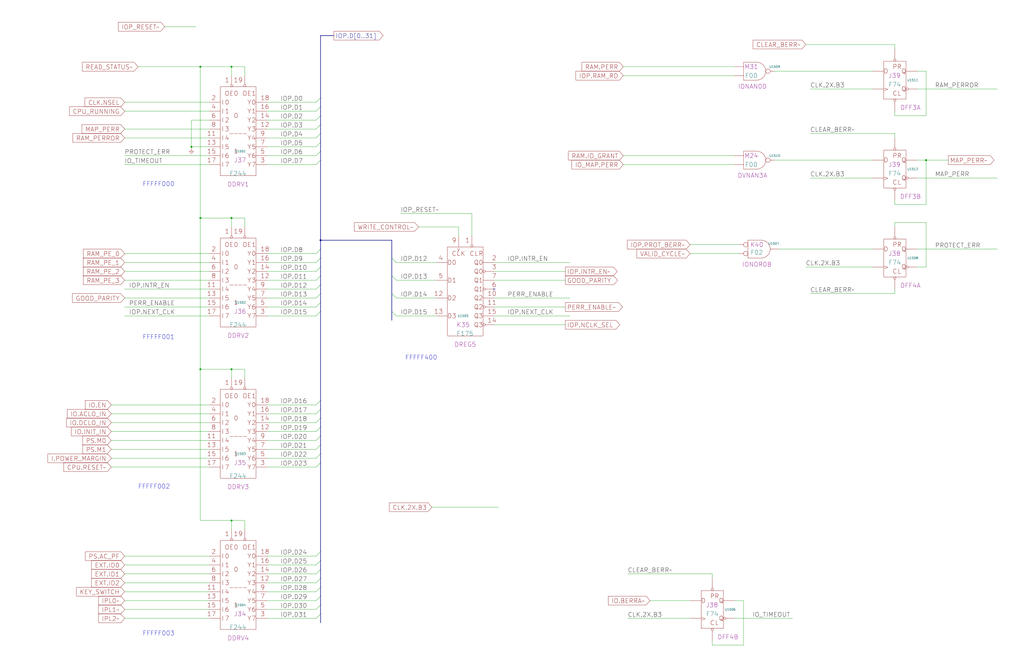
<source format=kicad_sch>
(kicad_sch (version 20211123) (generator eeschema)
  (paper "User" 584.2 378.46)
  (title_block (title "DEVICES\\nCONTROL / STATUS REGISTER") (date "22-SEP-90") (rev "2.0") (comment 1 "IOC") (comment 2 "232-003061") (comment 3 "S400") (comment 4 "RELEASED"))
  (lib_symbols
    (symbol "r1000:F00" (pin_numbers hide) (pin_names hide)
      (property "Reference" "U" (at 15.24 0 0))
      (property "Value" "F00" (at 1.905 -5.08 0))
      (property "Location" "___" (at 1.905 0 0))
      (property "Name" "______" (at 2.54 -12.7 0))
      (symbol "F00_0_1"
        (polyline (pts (xy -2.54 -7.62) (xy 5.08 -7.62)) (stroke (width 0.1524)))
        (polyline (pts (xy -2.54 2.54) (xy -2.54 -7.62)) (stroke (width 0.1524)))
        (polyline (pts (xy -2.54 2.54) (xy 5.08 2.54)) (stroke (width 0.1524)))
        (arc (start 5.08 -7.62) (mid 10.1282 -2.54) (end 5.08 2.54) (stroke (width 0.1524)))
        (circle (center 11.43 -2.54) (radius 1.27) (stroke (width 0.1524)))
      )
      (symbol "F00_0_2"
        (circle (center -3.81 -5.08) (radius 1.27) (stroke (width 0.1524)))
        (circle (center -3.81 0) (radius 1.27) (stroke (width 0.1524)))
        (arc (start -3.175 -7.62) (mid -2.134 -2.54) (end -3.175 2.54) (stroke (width 0.1524)))
        (polyline (pts (xy -3.175 -7.62) (xy 3.81 -7.62)) (stroke (width 0.1524)))
        (polyline (pts (xy -3.175 2.54) (xy 3.81 2.54)) (stroke (width 0.1524)))
        (arc (start 3.81 -7.62) (mid 7.5855 -5.8306) (end 10.16 -2.54) (stroke (width 0.1524)))
        (arc (start 10.16 -2.54) (mid 7.5827 0.7471) (end 3.81 2.54) (stroke (width 0.1524)))
      )
      (symbol "F00_1_1"
        (pin input line (at -7.62 0 0) (length 5.08) (name "D0") (number "1"))
        (pin input line (at -7.62 -5.08 0) (length 5.08) (name "D1") (number "2"))
        (pin output line (at 15.24 -2.54 180) (length 2.54) (name "Q") (number "3"))
      )
      (symbol "F00_1_2"
        (pin input line (at -7.62 0 0) (length 2.54) (name "D0") (number "1"))
        (pin input line (at -7.62 -5.08 0) (length 2.54) (name "D1") (number "2"))
        (pin output line (at 15.24 -2.54 180) (length 5.08) (name "Q") (number "3"))
      )
    )
    (symbol "r1000:F02" (pin_numbers hide) (pin_names hide)
      (property "Reference" "U" (at 12.16 0.635 0))
      (property "Value" "F02" (at -1.27 -4.445 0))
      (property "Location" "___" (at 2.54 0 0))
      (property "Name" "______" (at 2.54 -12.7 0))
      (symbol "F02_0_1"
        (arc (start -3.81 -7.62) (mid -2.9847 -2.54) (end -3.81 2.54) (stroke (width 0.1524)))
        (polyline (pts (xy -5.08 -5.08) (xy -3.175 -5.08)) (stroke (width 0.1524)))
        (polyline (pts (xy -5.08 0) (xy -3.175 0)) (stroke (width 0.1524)))
        (polyline (pts (xy -3.81 -7.62) (xy 2.54 -7.62)) (stroke (width 0.1524)))
        (polyline (pts (xy -3.81 2.54) (xy 2.54 2.54)) (stroke (width 0.1524)))
        (polyline (pts (xy 13.97 -2.54) (xy 12.7 -2.54)) (stroke (width 0.1524)))
        (arc (start 2.54 -7.62) (mid 6.9515 -5.9823) (end 10.16 -2.54) (stroke (width 0.1524)))
        (arc (start 10.16 -2.54) (mid 6.9478 0.8966) (end 2.54 2.54) (stroke (width 0.1524)))
        (circle (center 11.43 -2.54) (radius 1.27) (stroke (width 0.1524)))
      )
      (symbol "F02_0_2"
        (circle (center -3.81 -5.08) (radius 1.27) (stroke (width 0.1524)))
        (circle (center -3.81 0) (radius 1.27) (stroke (width 0.1524)))
        (polyline (pts (xy -2.54 -7.62) (xy 5.08 -7.62)) (stroke (width 0.1524)))
        (polyline (pts (xy -2.54 2.54) (xy -2.54 -7.62)) (stroke (width 0.1524)))
        (polyline (pts (xy -2.54 2.54) (xy 5.08 2.54)) (stroke (width 0.1524)))
        (polyline (pts (xy 11.43 -2.54) (xy 10.16 -2.54)) (stroke (width 0.1524)))
        (polyline (pts (xy 11.43 -2.54) (xy 12.7 -2.54)) (stroke (width 0.1524)))
        (arc (start 5.08 -7.62) (mid 10.1282 -2.54) (end 5.08 2.54) (stroke (width 0.1524)))
      )
      (symbol "F02_1_1"
        (pin input line (at -7.62 0 0) (length 2.54) (name "D0") (number "1"))
        (pin input line (at -7.62 -5.08 0) (length 2.54) (name "D1") (number "2"))
        (pin output line (at 15.24 -2.54 180) (length 1.27) (name "Q") (number "3"))
      )
      (symbol "F02_1_2"
        (pin input line (at -7.62 0 0) (length 2.54) (name "D0") (number "1"))
        (pin input line (at -7.62 -5.08 0) (length 2.54) (name "D1") (number "2"))
        (pin output line (at 15.24 -2.54 180) (length 2.54) (name "Q") (number "3"))
      )
    )
    (symbol "r1000:F175" (pin_numbers hide) (pin_names (offset 1.016) hide)
      (property "Reference" "U" (at 2.54 5.08 0))
      (property "Value" "F175" (at -1.27 -5.08 0))
      (property "Location" "___" (at -1.27 0 0))
      (property "Name" "______" (at 3.81 -12.7 0))
      (symbol "F175_1_1"
        (rectangle (start -6.35 44.45) (end 13.97 -6.35))
        (circle (center 7.62 45.085) (radius 0.635))
        (circle (center 14.605 0) (radius 0.635))
        (circle (center 14.605 10.16) (radius 0.635))
        (circle (center 14.605 20.32) (radius 0.635))
        (circle (center 14.605 30.48) (radius 0.635))
        (text "0" (at -2.54 35.56 0) (effects (font (size 2.54 2.54))))
        (text "0" (at 12.7 30.48 0) (effects (font (size 2.54 2.54))))
        (text "0" (at 12.7 35.56 0) (effects (font (size 2.54 2.54))))
        (text "0" (at 20.32 17.78 0) (effects (font (size 2.54 2.54))))
        (text "1" (at -12.7 7.62 0) (effects (font (size 2.54 2.54))))
        (text "1" (at -12.7 17.78 0) (effects (font (size 2.54 2.54))))
        (text "1" (at -2.54 25.4 0) (effects (font (size 2.54 2.54))))
        (text "1" (at 5.08 48.26 0) (effects (font (size 2.54 2.54))))
        (text "1" (at 12.7 20.32 0) (effects (font (size 2.54 2.54))))
        (text "1" (at 12.7 25.4 0) (effects (font (size 2.54 2.54))))
        (text "1" (at 17.78 2.54 0) (effects (font (size 2.54 2.54))))
        (text "1" (at 17.78 7.62 0) (effects (font (size 2.54 2.54))))
        (text "1" (at 17.78 12.7 0) (effects (font (size 2.54 2.54))))
        (text "1" (at 17.78 17.78 0) (effects (font (size 2.54 2.54))))
        (text "1" (at 20.32 12.7 0) (effects (font (size 2.54 2.54))))
        (text "2" (at -10.16 17.78 0) (effects (font (size 2.54 2.54))))
        (text "2" (at -2.54 15.24 0) (effects (font (size 2.54 2.54))))
        (text "2" (at 12.7 10.16 0) (effects (font (size 2.54 2.54))))
        (text "2" (at 12.7 15.24 0) (effects (font (size 2.54 2.54))))
        (text "2" (at 20.32 38.1 0) (effects (font (size 2.54 2.54))))
        (text "3" (at -10.16 7.62 0) (effects (font (size 2.54 2.54))))
        (text "3" (at -2.54 5.08 0) (effects (font (size 2.54 2.54))))
        (text "3" (at 12.7 0 0) (effects (font (size 2.54 2.54))))
        (text "3" (at 12.7 5.08 0) (effects (font (size 2.54 2.54))))
        (text "3" (at 20.32 33.02 0) (effects (font (size 2.54 2.54))))
        (text "4" (at -10.16 38.1 0) (effects (font (size 2.54 2.54))))
        (text "4" (at 20.32 2.54 0) (effects (font (size 2.54 2.54))))
        (text "5" (at -10.16 27.94 0) (effects (font (size 2.54 2.54))))
        (text "5" (at 20.32 7.62 0) (effects (font (size 2.54 2.54))))
        (text "6" (at 20.32 22.86 0) (effects (font (size 2.54 2.54))))
        (text "7" (at 20.32 27.94 0) (effects (font (size 2.54 2.54))))
        (text "9" (at -2.54 48.26 0) (effects (font (size 2.54 2.54))))
        (text "C" (at -2.54 40.64 0) (effects (font (size 2.54 2.54))))
        (text "C" (at 7.62 40.64 0) (effects (font (size 2.54 2.54))))
        (text "D" (at -5.08 5.08 0) (effects (font (size 2.54 2.54))))
        (text "D" (at -5.08 15.24 0) (effects (font (size 2.54 2.54))))
        (text "D" (at -5.08 25.4 0) (effects (font (size 2.54 2.54))))
        (text "D" (at -5.08 35.56 0) (effects (font (size 2.54 2.54))))
        (text "K" (at 2.54 40.64 0) (effects (font (size 2.54 2.54))))
        (text "L" (at 0 40.64 0) (effects (font (size 2.54 2.54))))
        (text "L" (at 10.16 40.64 0) (effects (font (size 2.54 2.54))))
        (text "Q" (at 10.16 0 0) (effects (font (size 2.54 2.54))))
        (text "Q" (at 10.16 5.08 0) (effects (font (size 2.54 2.54))))
        (text "Q" (at 10.16 10.16 0) (effects (font (size 2.54 2.54))))
        (text "Q" (at 10.16 15.24 0) (effects (font (size 2.54 2.54))))
        (text "Q" (at 10.16 20.32 0) (effects (font (size 2.54 2.54))))
        (text "Q" (at 10.16 25.4 0) (effects (font (size 2.54 2.54))))
        (text "Q" (at 10.16 30.48 0) (effects (font (size 2.54 2.54))))
        (text "Q" (at 10.16 35.56 0) (effects (font (size 2.54 2.54))))
        (text "R" (at 12.7 40.64 0) (effects (font (size 2.54 2.54))))
        (text "v" (at 0 43.18 0) (effects (font (size 2.54 2.54))))
        (pin input line (at 7.62 50.8 270) (length 5.08) (name "CLR_") (number "1"))
        (pin output line (at 20.32 15.24 180) (length 6.35) (name "Q2") (number "10"))
        (pin output line (at 20.32 10.16 180) (length 5.08) (name "Q2_") (number "11"))
        (pin input line (at -12.7 15.24 0) (length 6.35) (name "D2") (number "12"))
        (pin input line (at -12.7 5.08 0) (length 6.35) (name "D3") (number "13"))
        (pin output line (at 20.32 0 180) (length 5.08) (name "Q3_") (number "14"))
        (pin output line (at 20.32 5.08 180) (length 6.35) (name "Q3") (number "15"))
        (pin output line (at 20.32 35.56 180) (length 6.35) (name "Q0") (number "2"))
        (pin output line (at 20.32 30.48 180) (length 5.08) (name "Q0_") (number "3"))
        (pin input line (at -12.7 35.56 0) (length 6.35) (name "D0") (number "4"))
        (pin input line (at -12.7 25.4 0) (length 6.35) (name "D1") (number "5"))
        (pin output line (at 20.32 20.32 180) (length 5.08) (name "Q1_") (number "6"))
        (pin output line (at 20.32 25.4 180) (length 6.35) (name "Q1") (number "7"))
        (pin input line (at 0 50.8 270) (length 6.35) (name "CLK") (number "9"))
      )
    )
    (symbol "r1000:F244" (pin_numbers hide) (pin_names (offset 1.016) hide)
      (property "Reference" "U" (at 2.54 5.08 0))
      (property "Value" "F244" (at -3.81 -7.62 0))
      (property "Location" "___" (at -1.27 0 0))
      (property "Name" "______" (at 1.27 -15.24 0))
      (symbol "F244_1_1"
        (rectangle (start -8.89 41.91) (end 11.43 -8.89))
        (circle (center -2.54 42.545) (radius 0.635))
        (circle (center 5.08 42.545) (radius 0.635))
        (text "-" (at -2.54 15.24 0) (effects (font (size 2.54 2.54))))
        (text "-" (at 0 15.24 0) (effects (font (size 2.54 2.54))))
        (text "-" (at 2.54 15.24 0) (effects (font (size 2.54 2.54))))
        (text "-" (at 5.08 15.24 0) (effects (font (size 2.54 2.54))))
        (text "0" (at -5.08 33.02 0) (effects (font (size 2.54 2.54))))
        (text "0" (at 0 25.4 0) (effects (font (size 2.54 2.54))))
        (text "0" (at 0 38.1 0) (effects (font (size 2.54 2.54))))
        (text "0" (at 10.16 33.02 0) (effects (font (size 2.54 2.54))))
        (text "1" (at -15.24 0 0) (effects (font (size 2.54 2.54))))
        (text "1" (at -15.24 5.08 0) (effects (font (size 2.54 2.54))))
        (text "1" (at -15.24 10.16 0) (effects (font (size 2.54 2.54))))
        (text "1" (at -15.24 15.24 0) (effects (font (size 2.54 2.54))))
        (text "1" (at -12.7 15.24 0) (effects (font (size 2.54 2.54))))
        (text "1" (at -5.08 27.94 0) (effects (font (size 2.54 2.54))))
        (text "1" (at -5.08 45.72 0) (effects (font (size 2.54 2.54))))
        (text "1" (at 0 5.08 0) (effects (font (size 2.54 2.54))))
        (text "1" (at 0 45.72 0) (effects (font (size 2.54 2.54))))
        (text "1" (at 10.16 27.94 0) (effects (font (size 2.54 2.54))))
        (text "1" (at 10.16 38.1 0) (effects (font (size 2.54 2.54))))
        (text "1" (at 15.24 20.32 0) (effects (font (size 2.54 2.54))))
        (text "1" (at 15.24 25.4 0) (effects (font (size 2.54 2.54))))
        (text "1" (at 15.24 30.48 0) (effects (font (size 2.54 2.54))))
        (text "1" (at 15.24 35.56 0) (effects (font (size 2.54 2.54))))
        (text "2" (at -12.7 35.56 0) (effects (font (size 2.54 2.54))))
        (text "2" (at -5.08 22.86 0) (effects (font (size 2.54 2.54))))
        (text "2" (at 10.16 22.86 0) (effects (font (size 2.54 2.54))))
        (text "2" (at 17.78 20.32 0) (effects (font (size 2.54 2.54))))
        (text "3" (at -12.7 10.16 0) (effects (font (size 2.54 2.54))))
        (text "3" (at -5.08 17.78 0) (effects (font (size 2.54 2.54))))
        (text "3" (at 10.16 17.78 0) (effects (font (size 2.54 2.54))))
        (text "3" (at 15.24 0 0) (effects (font (size 2.54 2.54))))
        (text "4" (at -12.7 30.48 0) (effects (font (size 2.54 2.54))))
        (text "4" (at -5.08 12.7 0) (effects (font (size 2.54 2.54))))
        (text "4" (at 10.16 12.7 0) (effects (font (size 2.54 2.54))))
        (text "4" (at 17.78 25.4 0) (effects (font (size 2.54 2.54))))
        (text "5" (at -12.7 5.08 0) (effects (font (size 2.54 2.54))))
        (text "5" (at -5.08 7.62 0) (effects (font (size 2.54 2.54))))
        (text "5" (at 10.16 7.62 0) (effects (font (size 2.54 2.54))))
        (text "5" (at 15.24 5.08 0) (effects (font (size 2.54 2.54))))
        (text "6" (at -12.7 25.4 0) (effects (font (size 2.54 2.54))))
        (text "6" (at -5.08 2.54 0) (effects (font (size 2.54 2.54))))
        (text "6" (at 10.16 2.54 0) (effects (font (size 2.54 2.54))))
        (text "6" (at 17.78 30.48 0) (effects (font (size 2.54 2.54))))
        (text "7" (at -12.7 0 0) (effects (font (size 2.54 2.54))))
        (text "7" (at -5.08 -2.54 0) (effects (font (size 2.54 2.54))))
        (text "7" (at 10.16 -2.54 0) (effects (font (size 2.54 2.54))))
        (text "7" (at 15.24 10.16 0) (effects (font (size 2.54 2.54))))
        (text "8" (at -12.7 20.32 0) (effects (font (size 2.54 2.54))))
        (text "8" (at 17.78 35.56 0) (effects (font (size 2.54 2.54))))
        (text "9" (at 2.54 45.72 0) (effects (font (size 2.54 2.54))))
        (text "9" (at 15.24 15.24 0) (effects (font (size 2.54 2.54))))
        (text "E" (at -2.54 38.1 0) (effects (font (size 2.54 2.54))))
        (text "E" (at 7.62 38.1 0) (effects (font (size 2.54 2.54))))
        (text "I" (at -7.62 -2.54 0) (effects (font (size 2.54 2.54))))
        (text "I" (at -7.62 2.54 0) (effects (font (size 2.54 2.54))))
        (text "I" (at -7.62 7.62 0) (effects (font (size 2.54 2.54))))
        (text "I" (at -7.62 12.7 0) (effects (font (size 2.54 2.54))))
        (text "I" (at -7.62 17.78 0) (effects (font (size 2.54 2.54))))
        (text "I" (at -7.62 22.86 0) (effects (font (size 2.54 2.54))))
        (text "I" (at -7.62 27.94 0) (effects (font (size 2.54 2.54))))
        (text "I" (at -7.62 33.02 0) (effects (font (size 2.54 2.54))))
        (text "O" (at -5.08 38.1 0) (effects (font (size 2.54 2.54))))
        (text "O" (at 5.08 38.1 0) (effects (font (size 2.54 2.54))))
        (text "Y" (at 7.62 -2.54 0) (effects (font (size 2.54 2.54))))
        (text "Y" (at 7.62 2.54 0) (effects (font (size 2.54 2.54))))
        (text "Y" (at 7.62 7.62 0) (effects (font (size 2.54 2.54))))
        (text "Y" (at 7.62 12.7 0) (effects (font (size 2.54 2.54))))
        (text "Y" (at 7.62 17.78 0) (effects (font (size 2.54 2.54))))
        (text "Y" (at 7.62 22.86 0) (effects (font (size 2.54 2.54))))
        (text "Y" (at 7.62 27.94 0) (effects (font (size 2.54 2.54))))
        (text "Y" (at 7.62 33.02 0) (effects (font (size 2.54 2.54))))
        (pin input line (at -2.54 48.26 270) (length 5.08) (name "OE0_") (number "1"))
        (pin input line (at -15.24 12.7 0) (length 6.35) (name "I4") (number "11"))
        (pin tri_state line (at 17.78 17.78 180) (length 6.35) (name "Y3") (number "12"))
        (pin input line (at -15.24 7.62 0) (length 6.35) (name "I5") (number "13"))
        (pin tri_state line (at 17.78 22.86 180) (length 6.35) (name "Y2") (number "14"))
        (pin input line (at -15.24 2.54 0) (length 6.35) (name "I6") (number "15"))
        (pin tri_state line (at 17.78 27.94 180) (length 6.35) (name "Y1") (number "16"))
        (pin input line (at -15.24 -2.54 0) (length 6.35) (name "I7") (number "17"))
        (pin tri_state line (at 17.78 33.02 180) (length 6.35) (name "Y0") (number "18"))
        (pin input line (at 5.08 48.26 270) (length 5.08) (name "OE1_") (number "19"))
        (pin input line (at -15.24 33.02 0) (length 6.35) (name "I0") (number "2"))
        (pin tri_state line (at 17.78 -2.54 180) (length 6.35) (name "Y7") (number "3"))
        (pin input line (at -15.24 27.94 0) (length 6.35) (name "I1") (number "4"))
        (pin tri_state line (at 17.78 2.54 180) (length 6.35) (name "Y6") (number "5"))
        (pin input line (at -15.24 22.86 0) (length 6.35) (name "I2") (number "6"))
        (pin tri_state line (at 17.78 7.62 180) (length 6.35) (name "Y5") (number "7"))
        (pin input line (at -15.24 17.78 0) (length 6.35) (name "I3") (number "8"))
        (pin tri_state line (at 17.78 12.7 180) (length 6.35) (name "Y4") (number "9"))
      )
    )
    (symbol "r1000:F74" (pin_numbers hide) (pin_names (offset 1.016) hide)
      (property "Reference" "U" (at 12.7 -2.54 0))
      (property "Value" "F74" (at -1.27 -5.08 0))
      (property "Location" "___" (at -1.27 0 0))
      (property "Name" "______" (at 11.43 -19.685 0))
      (symbol "F74_0_1"
        (rectangle (start -3.81 8.255) (end 8.89 -13.335) (stroke (width 0.1524)))
        (polyline (pts (xy 2.54 -15.24) (xy 2.54 -14.605)) (stroke (width 0.1524)))
        (polyline (pts (xy 2.54 10.16) (xy 2.54 9.525)) (stroke (width 0.1524)))
      )
      (symbol "F74_1_1"
        (circle (center 2.54 -13.97) (radius 0.635))
        (circle (center 2.54 8.89) (radius 0.635))
        (circle (center 9.525 -7.62) (radius 0.635))
        (text ">" (at -2.54 -7.62 0) (effects (font (size 2.54 2.54))))
        (text "C" (at 2.54 -10.16 0) (effects (font (size 2.54 2.54))))
        (text "D" (at -2.54 2.54 0) (effects (font (size 2.54 2.54))))
        (text "L" (at 5.08 -10.16 0) (effects (font (size 2.54 2.54))))
        (text "P" (at 2.54 5.08 0) (effects (font (size 2.54 2.54))))
        (text "Q" (at 7.62 -7.62 0) (effects (font (size 2.54 2.54))))
        (text "Q" (at 7.62 2.54 0) (effects (font (size 2.54 2.54))))
        (text "R" (at 5.08 5.08 0) (effects (font (size 2.54 2.54))))
        (pin input line (at 2.54 -20.32 90) (length 5.08) (name "CL_") (number "1"))
        (pin input line (at -10.16 2.54 0) (length 6.35) (name "D") (number "2"))
        (pin input line (at -10.16 -7.62 0) (length 6.35) (name "CLK") (number "3"))
        (pin input line (at 2.54 15.24 270) (length 5.08) (name "PR_") (number "4"))
        (pin output line (at 15.24 2.54 180) (length 6.35) (name "Q") (number "5"))
        (pin output line (at 15.24 -7.62 180) (length 5.08) (name "Q_") (number "6"))
      )
    )
    (symbol "r1000:PD" (power) (pin_numbers hide) (pin_names hide) (in_bom no)
      (symbol "PD_0_1"
        (polyline (pts (xy 0 -2.54) (xy 1.27 -2.54) (xy 0 -3.81) (xy -1.27 -2.54) (xy 0 -2.54)) (stroke (width 0.1524)))
      )
      (symbol "PD_1_1"
        (pin power_in line (at 0 0 270) (length 2.54) (name "PD") (number "1"))
      )
    )
  )
  (bus (pts (xy 182.88 137.16) (xy 182.88 142.24)))
  (bus (pts (xy 182.88 142.24) (xy 182.88 147.32)))
  (bus (pts (xy 182.88 147.32) (xy 182.88 152.4)))
  (bus (pts (xy 182.88 152.4) (xy 182.88 157.48)))
  (bus (pts (xy 182.88 157.48) (xy 182.88 162.56)))
  (bus (pts (xy 182.88 162.56) (xy 182.88 167.64)))
  (bus (pts (xy 182.88 167.64) (xy 182.88 172.72)))
  (bus (pts (xy 182.88 172.72) (xy 182.88 177.8)))
  (bus (pts (xy 182.88 177.8) (xy 182.88 228.6)))
  (bus (pts (xy 182.88 20.32) (xy 182.88 55.88)))
  (bus (pts (xy 182.88 228.6) (xy 182.88 233.68)))
  (bus (pts (xy 182.88 233.68) (xy 182.88 238.76)))
  (bus (pts (xy 182.88 238.76) (xy 182.88 243.84)))
  (bus (pts (xy 182.88 243.84) (xy 182.88 248.92)))
  (bus (pts (xy 182.88 248.92) (xy 182.88 254)))
  (bus (pts (xy 182.88 254) (xy 182.88 259.08)))
  (bus (pts (xy 182.88 259.08) (xy 182.88 264.16)))
  (bus (pts (xy 182.88 264.16) (xy 182.88 314.96)))
  (bus (pts (xy 182.88 314.96) (xy 182.88 320.04)))
  (bus (pts (xy 182.88 320.04) (xy 182.88 325.12)))
  (bus (pts (xy 182.88 325.12) (xy 182.88 330.2)))
  (bus (pts (xy 182.88 330.2) (xy 182.88 335.28)))
  (bus (pts (xy 182.88 335.28) (xy 182.88 340.36)))
  (bus (pts (xy 182.88 340.36) (xy 182.88 345.44)))
  (bus (pts (xy 182.88 345.44) (xy 182.88 350.52)))
  (bus (pts (xy 182.88 350.52) (xy 182.88 355.6)))
  (bus (pts (xy 182.88 55.88) (xy 182.88 60.96)))
  (bus (pts (xy 182.88 60.96) (xy 182.88 66.04)))
  (bus (pts (xy 182.88 66.04) (xy 182.88 71.12)))
  (bus (pts (xy 182.88 71.12) (xy 182.88 76.2)))
  (bus (pts (xy 182.88 76.2) (xy 182.88 81.28)))
  (bus (pts (xy 182.88 81.28) (xy 182.88 86.36)))
  (bus (pts (xy 182.88 86.36) (xy 182.88 91.44)))
  (bus (pts (xy 182.88 91.44) (xy 182.88 137.16)))
  (bus (pts (xy 190.5 20.32) (xy 182.88 20.32)))
  (bus (pts (xy 223.52 137.16) (xy 182.88 137.16)))
  (bus (pts (xy 223.52 137.16) (xy 223.52 147.32)))
  (bus (pts (xy 223.52 147.32) (xy 223.52 157.48)))
  (bus (pts (xy 223.52 157.48) (xy 223.52 167.64)))
  (bus (pts (xy 223.52 167.64) (xy 223.52 177.8)))
  (bus (pts (xy 223.52 177.8) (xy 223.52 182.88)))
  (wire (pts (xy 109.22 68.58) (xy 109.22 83.82)))
  (wire (pts (xy 109.22 83.82) (xy 119.38 83.82)))
  (wire (pts (xy 114.3 124.46) (xy 114.3 210.82)))
  (wire (pts (xy 114.3 124.46) (xy 132.08 124.46)))
  (wire (pts (xy 114.3 210.82) (xy 114.3 297.18)))
  (wire (pts (xy 114.3 210.82) (xy 132.08 210.82)))
  (wire (pts (xy 114.3 297.18) (xy 132.08 297.18)))
  (wire (pts (xy 114.3 38.1) (xy 114.3 124.46)))
  (wire (pts (xy 114.3 38.1) (xy 132.08 38.1)))
  (wire (pts (xy 119.38 68.58) (xy 109.22 68.58)))
  (wire (pts (xy 132.08 124.46) (xy 132.08 129.54)))
  (wire (pts (xy 132.08 124.46) (xy 139.7 124.46)))
  (wire (pts (xy 132.08 210.82) (xy 132.08 215.9)))
  (wire (pts (xy 132.08 210.82) (xy 139.7 210.82)))
  (wire (pts (xy 132.08 297.18) (xy 132.08 302.26)))
  (wire (pts (xy 132.08 297.18) (xy 139.7 297.18)))
  (wire (pts (xy 132.08 38.1) (xy 132.08 43.18)))
  (wire (pts (xy 132.08 38.1) (xy 139.7 38.1)))
  (wire (pts (xy 139.7 129.54) (xy 139.7 124.46)))
  (wire (pts (xy 139.7 215.9) (xy 139.7 210.82)))
  (wire (pts (xy 139.7 302.26) (xy 139.7 297.18)))
  (wire (pts (xy 139.7 43.18) (xy 139.7 38.1)))
  (wire (pts (xy 152.4 144.78) (xy 180.34 144.78)))
  (wire (pts (xy 152.4 149.86) (xy 180.34 149.86)))
  (wire (pts (xy 152.4 154.94) (xy 180.34 154.94)))
  (wire (pts (xy 152.4 160.02) (xy 180.34 160.02)))
  (wire (pts (xy 152.4 165.1) (xy 180.34 165.1)))
  (wire (pts (xy 152.4 170.18) (xy 180.34 170.18)))
  (wire (pts (xy 152.4 175.26) (xy 180.34 175.26)))
  (wire (pts (xy 152.4 180.34) (xy 180.34 180.34)))
  (wire (pts (xy 152.4 231.14) (xy 180.34 231.14)))
  (wire (pts (xy 152.4 236.22) (xy 180.34 236.22)))
  (wire (pts (xy 152.4 241.3) (xy 180.34 241.3)))
  (wire (pts (xy 152.4 246.38) (xy 180.34 246.38)))
  (wire (pts (xy 152.4 251.46) (xy 180.34 251.46)))
  (wire (pts (xy 152.4 256.54) (xy 180.34 256.54)))
  (wire (pts (xy 152.4 261.62) (xy 180.34 261.62)))
  (wire (pts (xy 152.4 266.7) (xy 180.34 266.7)))
  (wire (pts (xy 152.4 317.5) (xy 180.34 317.5)))
  (wire (pts (xy 152.4 322.58) (xy 180.34 322.58)))
  (wire (pts (xy 152.4 327.66) (xy 180.34 327.66)))
  (wire (pts (xy 152.4 332.74) (xy 180.34 332.74)))
  (wire (pts (xy 152.4 337.82) (xy 180.34 337.82)))
  (wire (pts (xy 152.4 342.9) (xy 180.34 342.9)))
  (wire (pts (xy 152.4 347.98) (xy 180.34 347.98)))
  (wire (pts (xy 152.4 353.06) (xy 180.34 353.06)))
  (wire (pts (xy 152.4 58.42) (xy 180.34 58.42)))
  (wire (pts (xy 152.4 63.5) (xy 180.34 63.5)))
  (wire (pts (xy 152.4 68.58) (xy 180.34 68.58)))
  (wire (pts (xy 152.4 73.66) (xy 180.34 73.66)))
  (wire (pts (xy 152.4 78.74) (xy 180.34 78.74)))
  (wire (pts (xy 152.4 83.82) (xy 180.34 83.82)))
  (wire (pts (xy 152.4 88.9) (xy 180.34 88.9)))
  (wire (pts (xy 152.4 93.98) (xy 180.34 93.98)))
  (wire (pts (xy 226.06 149.86) (xy 248.92 149.86)))
  (wire (pts (xy 226.06 160.02) (xy 248.92 160.02)))
  (wire (pts (xy 226.06 170.18) (xy 248.92 170.18)))
  (wire (pts (xy 226.06 180.34) (xy 248.92 180.34)))
  (wire (pts (xy 228.6 121.92) (xy 269.24 121.92)))
  (wire (pts (xy 238.76 129.54) (xy 261.62 129.54)))
  (wire (pts (xy 246.38 289.56) (xy 284.48 289.56)))
  (wire (pts (xy 261.62 129.54) (xy 261.62 134.62)))
  (wire (pts (xy 269.24 121.92) (xy 269.24 134.62)))
  (wire (pts (xy 281.94 149.86) (xy 325.12 149.86)))
  (wire (pts (xy 281.94 154.94) (xy 322.58 154.94)))
  (wire (pts (xy 281.94 160.02) (xy 322.58 160.02)))
  (wire (pts (xy 281.94 170.18) (xy 325.12 170.18)))
  (wire (pts (xy 281.94 175.26) (xy 322.58 175.26)))
  (wire (pts (xy 281.94 180.34) (xy 325.12 180.34)))
  (wire (pts (xy 281.94 185.42) (xy 322.58 185.42)))
  (wire (pts (xy 355.6 38.1) (xy 419.1 38.1)))
  (wire (pts (xy 355.6 43.18) (xy 419.1 43.18)))
  (wire (pts (xy 355.6 88.9) (xy 419.1 88.9)))
  (wire (pts (xy 355.6 93.98) (xy 419.1 93.98)))
  (wire (pts (xy 358.14 327.66) (xy 406.4 327.66)))
  (wire (pts (xy 358.14 353.06) (xy 393.7 353.06)))
  (wire (pts (xy 370.84 342.9) (xy 393.7 342.9)))
  (wire (pts (xy 393.7 139.7) (xy 421.64 139.7)))
  (wire (pts (xy 393.7 144.78) (xy 421.64 144.78)))
  (wire (pts (xy 406.4 327.66) (xy 406.4 330.2)))
  (wire (pts (xy 406.4 368.3) (xy 406.4 365.76)))
  (wire (pts (xy 419.1 342.9) (xy 424.18 342.9)))
  (wire (pts (xy 419.1 353.06) (xy 452.12 353.06)))
  (wire (pts (xy 424.18 342.9) (xy 424.18 368.3)))
  (wire (pts (xy 424.18 368.3) (xy 406.4 368.3)))
  (wire (pts (xy 441.96 40.64) (xy 497.84 40.64)))
  (wire (pts (xy 441.96 91.44) (xy 497.84 91.44)))
  (wire (pts (xy 444.5 142.24) (xy 497.84 142.24)))
  (wire (pts (xy 459.74 152.4) (xy 497.84 152.4)))
  (wire (pts (xy 459.74 25.4) (xy 510.54 25.4)))
  (wire (pts (xy 462.28 101.6) (xy 497.84 101.6)))
  (wire (pts (xy 462.28 167.64) (xy 510.54 167.64)))
  (wire (pts (xy 462.28 50.8) (xy 497.84 50.8)))
  (wire (pts (xy 462.28 76.2) (xy 510.54 76.2)))
  (wire (pts (xy 510.54 116.84) (xy 510.54 114.3)))
  (wire (pts (xy 510.54 127) (xy 528.32 127)))
  (wire (pts (xy 510.54 129.54) (xy 510.54 127)))
  (wire (pts (xy 510.54 167.64) (xy 510.54 165.1)))
  (wire (pts (xy 510.54 25.4) (xy 510.54 27.94)))
  (wire (pts (xy 510.54 66.04) (xy 510.54 63.5)))
  (wire (pts (xy 510.54 76.2) (xy 510.54 78.74)))
  (wire (pts (xy 523.24 101.6) (xy 568.96 101.6)))
  (wire (pts (xy 523.24 142.24) (xy 568.96 142.24)))
  (wire (pts (xy 523.24 152.4) (xy 528.32 152.4)))
  (wire (pts (xy 523.24 40.64) (xy 528.32 40.64)))
  (wire (pts (xy 523.24 50.8) (xy 568.96 50.8)))
  (wire (pts (xy 523.24 91.44) (xy 528.32 91.44)))
  (wire (pts (xy 528.32 116.84) (xy 510.54 116.84)))
  (wire (pts (xy 528.32 127) (xy 528.32 152.4)))
  (wire (pts (xy 528.32 40.64) (xy 528.32 66.04)))
  (wire (pts (xy 528.32 66.04) (xy 510.54 66.04)))
  (wire (pts (xy 528.32 91.44) (xy 528.32 116.84)))
  (wire (pts (xy 528.32 91.44) (xy 541.02 91.44)))
  (wire (pts (xy 63.5 231.14) (xy 119.38 231.14)))
  (wire (pts (xy 63.5 236.22) (xy 119.38 236.22)))
  (wire (pts (xy 63.5 241.3) (xy 119.38 241.3)))
  (wire (pts (xy 63.5 246.38) (xy 119.38 246.38)))
  (wire (pts (xy 63.5 251.46) (xy 119.38 251.46)))
  (wire (pts (xy 63.5 256.54) (xy 119.38 256.54)))
  (wire (pts (xy 63.5 261.62) (xy 119.38 261.62)))
  (wire (pts (xy 63.5 266.7) (xy 119.38 266.7)))
  (wire (pts (xy 71.12 144.78) (xy 119.38 144.78)))
  (wire (pts (xy 71.12 149.86) (xy 119.38 149.86)))
  (wire (pts (xy 71.12 154.94) (xy 119.38 154.94)))
  (wire (pts (xy 71.12 160.02) (xy 119.38 160.02)))
  (wire (pts (xy 71.12 165.1) (xy 119.38 165.1)))
  (wire (pts (xy 71.12 170.18) (xy 119.38 170.18)))
  (wire (pts (xy 71.12 175.26) (xy 119.38 175.26)))
  (wire (pts (xy 71.12 180.34) (xy 119.38 180.34)))
  (wire (pts (xy 71.12 317.5) (xy 119.38 317.5)))
  (wire (pts (xy 71.12 322.58) (xy 119.38 322.58)))
  (wire (pts (xy 71.12 327.66) (xy 119.38 327.66)))
  (wire (pts (xy 71.12 332.74) (xy 119.38 332.74)))
  (wire (pts (xy 71.12 337.82) (xy 119.38 337.82)))
  (wire (pts (xy 71.12 342.9) (xy 119.38 342.9)))
  (wire (pts (xy 71.12 347.98) (xy 119.38 347.98)))
  (wire (pts (xy 71.12 353.06) (xy 119.38 353.06)))
  (wire (pts (xy 71.12 58.42) (xy 119.38 58.42)))
  (wire (pts (xy 71.12 63.5) (xy 119.38 63.5)))
  (wire (pts (xy 71.12 73.66) (xy 119.38 73.66)))
  (wire (pts (xy 71.12 78.74) (xy 119.38 78.74)))
  (wire (pts (xy 71.12 88.9) (xy 119.38 88.9)))
  (wire (pts (xy 71.12 93.98) (xy 119.38 93.98)))
  (wire (pts (xy 78.74 38.1) (xy 114.3 38.1)))
  (wire (pts (xy 93.98 15.24) (xy 111.76 15.24)))
  (global_label "IO.EN" (shape input) (at 63.5 231.14 180) (effects (font (size 2.54 2.54))) (property "Intersheet References" "${INTERSHEET_REFS}" (at 48.254 230.9813 0) (effects (font (size 2.54 2.54)) (justify right))))
  (global_label "IO.ACLO_IN" (shape input) (at 63.5 236.22 180) (effects (font (size 2.54 2.54))) (property "Intersheet References" "${INTERSHEET_REFS}" (at 37.973 236.0613 0) (effects (font (size 2.54 2.54)) (justify right))))
  (global_label "IO.DCLO_IN" (shape input) (at 63.5 241.3 180) (effects (font (size 2.54 2.54))) (property "Intersheet References" "${INTERSHEET_REFS}" (at 37.6101 241.1413 0) (effects (font (size 2.54 2.54)) (justify right))))
  (global_label "IO.INIT_IN" (shape input) (at 63.5 246.38 180) (effects (font (size 2.54 2.54))) (property "Intersheet References" "${INTERSHEET_REFS}" (at 40.392 246.2213 0) (effects (font (size 2.54 2.54)) (justify right))))
  (global_label "PS.M0" (shape input) (at 63.5 251.46 180) (effects (font (size 2.54 2.54))) (property "Intersheet References" "${INTERSHEET_REFS}" (at 46.8025 251.3013 0) (effects (font (size 2.54 2.54)) (justify right))))
  (global_label "PS.M1" (shape input) (at 63.5 256.54 180) (effects (font (size 2.54 2.54))) (property "Intersheet References" "${INTERSHEET_REFS}" (at 46.8025 256.3813 0) (effects (font (size 2.54 2.54)) (justify right))))
  (global_label "I.POWER_MARGIN" (shape input) (at 63.5 261.62 180) (effects (font (size 2.54 2.54))) (property "Intersheet References" "${INTERSHEET_REFS}" (at 26.9663 261.4613 0) (effects (font (size 2.54 2.54)) (justify right))))
  (global_label "CPU.RESET~" (shape input) (at 63.5 266.7 180) (effects (font (size 2.54 2.54))) (property "Intersheet References" "${INTERSHEET_REFS}" (at 36.0378 266.5413 0) (effects (font (size 2.54 2.54)) (justify right))))
  (global_label "CLK.NSEL" (shape input) (at 71.12 58.42 180) (effects (font (size 2.54 2.54))) (property "Intersheet References" "${INTERSHEET_REFS}" (at 48.133 58.2613 0) (effects (font (size 2.54 2.54)) (justify right))))
  (global_label "CPU_RUNNING" (shape input) (at 71.12 63.5 180) (effects (font (size 2.54 2.54))) (property "Intersheet References" "${INTERSHEET_REFS}" (at 39.3035 63.3413 0) (effects (font (size 2.54 2.54)) (justify right))))
  (global_label "MAP_PERR" (shape input) (at 71.12 73.66 180) (effects (font (size 2.54 2.54))) (property "Intersheet References" "${INTERSHEET_REFS}" (at 46.4397 73.5013 0) (effects (font (size 2.54 2.54)) (justify right))))
  (global_label "RAM_PERROR" (shape input) (at 71.12 78.74 180) (effects (font (size 2.54 2.54))) (property "Intersheet References" "${INTERSHEET_REFS}" (at 41.2387 78.5813 0) (effects (font (size 2.54 2.54)) (justify right))))
  (label "PROTECT_ERR" (at 71.12 88.9 0) (effects (font (size 2.54 2.54))))
  (label "IO_TIMEOUT" (at 71.12 93.98 0) (effects (font (size 2.54 2.54))))
  (global_label "RAM_PE_0" (shape input) (at 71.12 144.78 180) (effects (font (size 2.54 2.54))) (property "Intersheet References" "${INTERSHEET_REFS}" (at 47.1654 144.6213 0) (effects (font (size 2.54 2.54)) (justify right))))
  (global_label "RAM_PE_1" (shape input) (at 71.12 149.86 180) (effects (font (size 2.54 2.54))) (property "Intersheet References" "${INTERSHEET_REFS}" (at 47.1654 149.7013 0) (effects (font (size 2.54 2.54)) (justify right))))
  (global_label "RAM_PE_2" (shape input) (at 71.12 154.94 180) (effects (font (size 2.54 2.54))) (property "Intersheet References" "${INTERSHEET_REFS}" (at 47.1654 154.7813 0) (effects (font (size 2.54 2.54)) (justify right))))
  (global_label "RAM_PE_3" (shape input) (at 71.12 160.02 180) (effects (font (size 2.54 2.54))) (property "Intersheet References" "${INTERSHEET_REFS}" (at 47.1654 159.8613 0) (effects (font (size 2.54 2.54)) (justify right))))
  (global_label "GOOD_PARITY" (shape input) (at 71.12 170.18 180) (effects (font (size 2.54 2.54))) (property "Intersheet References" "${INTERSHEET_REFS}" (at 40.9968 170.0213 0) (effects (font (size 2.54 2.54)) (justify right))))
  (global_label "PS.AC_PF" (shape input) (at 71.12 317.5 180) (effects (font (size 2.54 2.54))) (property "Intersheet References" "${INTERSHEET_REFS}" (at 48.3749 317.3413 0) (effects (font (size 2.54 2.54)) (justify right))))
  (global_label "EXT.ID0" (shape input) (at 71.12 322.58 180) (effects (font (size 2.54 2.54))) (property "Intersheet References" "${INTERSHEET_REFS}" (at 51.8825 322.4213 0) (effects (font (size 2.54 2.54)) (justify right))))
  (global_label "EXT.ID1" (shape input) (at 71.12 327.66 180) (effects (font (size 2.54 2.54))) (property "Intersheet References" "${INTERSHEET_REFS}" (at 51.8825 327.5013 0) (effects (font (size 2.54 2.54)) (justify right))))
  (global_label "EXT.ID2" (shape input) (at 71.12 332.74 180) (effects (font (size 2.54 2.54))) (property "Intersheet References" "${INTERSHEET_REFS}" (at 51.8825 332.5813 0) (effects (font (size 2.54 2.54)) (justify right))))
  (global_label "KEY_SWITCH" (shape input) (at 71.12 337.82 180) (effects (font (size 2.54 2.54))) (property "Intersheet References" "${INTERSHEET_REFS}" (at 43.2949 337.6613 0) (effects (font (size 2.54 2.54)) (justify right))))
  (global_label "IPL0~" (shape input) (at 71.12 342.9 180) (effects (font (size 2.54 2.54))) (property "Intersheet References" "${INTERSHEET_REFS}" (at 55.874 342.7413 0) (effects (font (size 2.54 2.54)) (justify right))))
  (global_label "IPL1~" (shape input) (at 71.12 347.98 180) (effects (font (size 2.54 2.54))) (property "Intersheet References" "${INTERSHEET_REFS}" (at 55.874 347.8213 0) (effects (font (size 2.54 2.54)) (justify right))))
  (global_label "IPL2~" (shape input) (at 71.12 353.06 180) (effects (font (size 2.54 2.54))) (property "Intersheet References" "${INTERSHEET_REFS}" (at 55.874 352.9013 0) (effects (font (size 2.54 2.54)) (justify right))))
  (label "IOP.INTR_EN" (at 73.66 165.1 0) (effects (font (size 2.54 2.54))))
  (label "PERR_ENABLE" (at 73.66 175.26 0) (effects (font (size 2.54 2.54))))
  (label "IOP.NEXT_CLK" (at 73.66 180.34 0) (effects (font (size 2.54 2.54))))
  (global_label "READ_STATUS~" (shape input) (at 78.74 38.1 180) (effects (font (size 2.54 2.54))) (property "Intersheet References" "${INTERSHEET_REFS}" (at 46.6816 37.9413 0) (effects (font (size 2.54 2.54)) (justify right))))
  (text "FFFFF002" (at 78.74 279.4 0) (effects (font (size 2.54 2.54)) (justify left bottom)))
  (text "FFFFF000\n" (at 81.28 106.68 0) (effects (font (size 2.54 2.54)) (justify left bottom)))
  (text "FFFFF001\n\n" (at 81.28 198.12 0) (effects (font (size 2.54 2.54)) (justify left bottom)))
  (text "FFFFF003\n" (at 81.28 363.22 0) (effects (font (size 2.54 2.54)) (justify left bottom)))
  (global_label "IOP_RESET~" (shape input) (at 93.98 15.24 180) (effects (font (size 2.54 2.54))) (property "Intersheet References" "${INTERSHEET_REFS}" (at 67.1225 15.0813 0) (effects (font (size 2.54 2.54)) (justify right))))
  (junction (at 109.22 83.82))
  (symbol (lib_id "r1000:PD") (at 109.22 83.82 0) (unit 1) (in_bom no)
    (property "Reference" "#PWR01501" (effects hide))
    (property "Value" "PD" (effects hide))
  )
  (junction (at 114.3 38.1))
  (junction (at 114.3 124.46))
  (junction (at 114.3 210.82))
  (junction (at 132.08 38.1))
  (junction (at 132.08 124.46))
  (junction (at 132.08 210.82))
  (junction (at 132.08 297.18))
  (symbol (lib_id "r1000:F244") (at 134.62 91.44 0) (unit 1)
    (property "Reference" "U1501" (at 137.16 86.36 0))
    (property "Value" "F244" (at 130.81 99.06 0) (effects (font (size 2.54 2.54)) (justify left)))
    (property "Location" "J37" (at 133.35 91.44 0) (effects (font (size 2.54 2.54)) (justify left)))
    (property "Name" "DDRV1" (at 135.89 106.68 0) (effects (font (size 2.54 2.54)) (justify bottom)))
  )
  (symbol (lib_id "r1000:F244") (at 134.62 177.8 0) (unit 1)
    (property "Reference" "U1502" (at 137.16 172.72 0))
    (property "Value" "F244" (at 130.81 185.42 0) (effects (font (size 2.54 2.54)) (justify left)))
    (property "Location" "J36" (at 133.35 177.8 0) (effects (font (size 2.54 2.54)) (justify left)))
    (property "Name" "DDRV2" (at 135.89 193.04 0) (effects (font (size 2.54 2.54)) (justify bottom)))
  )
  (symbol (lib_id "r1000:F244") (at 134.62 264.16 0) (unit 1)
    (property "Reference" "U1503" (at 137.16 259.08 0))
    (property "Value" "F244" (at 130.81 271.78 0) (effects (font (size 2.54 2.54)) (justify left)))
    (property "Location" "J35" (at 133.35 264.16 0) (effects (font (size 2.54 2.54)) (justify left)))
    (property "Name" "DDRV3" (at 135.89 279.4 0) (effects (font (size 2.54 2.54)) (justify bottom)))
  )
  (symbol (lib_id "r1000:F244") (at 134.62 350.52 0) (unit 1)
    (property "Reference" "U1504" (at 137.16 345.44 0))
    (property "Value" "F244" (at 130.81 358.14 0) (effects (font (size 2.54 2.54)) (justify left)))
    (property "Location" "J34" (at 133.35 350.52 0) (effects (font (size 2.54 2.54)) (justify left)))
    (property "Name" "DDRV4" (at 135.89 365.76 0) (effects (font (size 2.54 2.54)) (justify bottom)))
  )
  (label "IOP.D0" (at 160.02 58.42 0) (effects (font (size 2.54 2.54))))
  (label "IOP.D1" (at 160.02 63.5 0) (effects (font (size 2.54 2.54))))
  (label "IOP.D2" (at 160.02 68.58 0) (effects (font (size 2.54 2.54))))
  (label "IOP.D3" (at 160.02 73.66 0) (effects (font (size 2.54 2.54))))
  (label "IOP.D4" (at 160.02 78.74 0) (effects (font (size 2.54 2.54))))
  (label "IOP.D5" (at 160.02 83.82 0) (effects (font (size 2.54 2.54))))
  (label "IOP.D6" (at 160.02 88.9 0) (effects (font (size 2.54 2.54))))
  (label "IOP.D7" (at 160.02 93.98 0) (effects (font (size 2.54 2.54))))
  (label "IOP.D8" (at 160.02 144.78 0) (effects (font (size 2.54 2.54))))
  (label "IOP.D9" (at 160.02 149.86 0) (effects (font (size 2.54 2.54))))
  (label "IOP.D10" (at 160.02 154.94 0) (effects (font (size 2.54 2.54))))
  (label "IOP.D11" (at 160.02 160.02 0) (effects (font (size 2.54 2.54))))
  (label "IOP.D12" (at 160.02 165.1 0) (effects (font (size 2.54 2.54))))
  (label "IOP.D13" (at 160.02 170.18 0) (effects (font (size 2.54 2.54))))
  (label "IOP.D14" (at 160.02 175.26 0) (effects (font (size 2.54 2.54))))
  (label "IOP.D15" (at 160.02 180.34 0) (effects (font (size 2.54 2.54))))
  (label "IOP.D16" (at 160.02 231.14 0) (effects (font (size 2.54 2.54))))
  (label "IOP.D17" (at 160.02 236.22 0) (effects (font (size 2.54 2.54))))
  (label "IOP.D18" (at 160.02 241.3 0) (effects (font (size 2.54 2.54))))
  (label "IOP.D19" (at 160.02 246.38 0) (effects (font (size 2.54 2.54))))
  (label "IOP.D20" (at 160.02 251.46 0) (effects (font (size 2.54 2.54))))
  (label "IOP.D21" (at 160.02 256.54 0) (effects (font (size 2.54 2.54))))
  (label "IOP.D22" (at 160.02 261.62 0) (effects (font (size 2.54 2.54))))
  (label "IOP.D23" (at 160.02 266.7 0) (effects (font (size 2.54 2.54))))
  (label "IOP.D24" (at 160.02 317.5 0) (effects (font (size 2.54 2.54))))
  (label "IOP.D25" (at 160.02 322.58 0) (effects (font (size 2.54 2.54))))
  (label "IOP.D26" (at 160.02 327.66 0) (effects (font (size 2.54 2.54))))
  (label "IOP.D27" (at 160.02 332.74 0) (effects (font (size 2.54 2.54))))
  (label "IOP.D28" (at 160.02 337.82 0) (effects (font (size 2.54 2.54))))
  (label "IOP.D29" (at 160.02 342.9 0) (effects (font (size 2.54 2.54))))
  (label "IOP.D30" (at 160.02 347.98 0) (effects (font (size 2.54 2.54))))
  (label "IOP.D31" (at 160.02 353.06 0) (effects (font (size 2.54 2.54))))
  (bus_entry (at 182.88 55.88) (size -2.54 2.54))
  (bus_entry (at 182.88 60.96) (size -2.54 2.54))
  (bus_entry (at 182.88 66.04) (size -2.54 2.54))
  (bus_entry (at 182.88 71.12) (size -2.54 2.54))
  (bus_entry (at 182.88 76.2) (size -2.54 2.54))
  (bus_entry (at 182.88 81.28) (size -2.54 2.54))
  (bus_entry (at 182.88 86.36) (size -2.54 2.54))
  (bus_entry (at 182.88 91.44) (size -2.54 2.54))
  (junction (at 182.88 137.16))
  (bus_entry (at 182.88 142.24) (size -2.54 2.54))
  (bus_entry (at 182.88 147.32) (size -2.54 2.54))
  (bus_entry (at 182.88 152.4) (size -2.54 2.54))
  (bus_entry (at 182.88 157.48) (size -2.54 2.54))
  (bus_entry (at 182.88 162.56) (size -2.54 2.54))
  (bus_entry (at 182.88 167.64) (size -2.54 2.54))
  (bus_entry (at 182.88 172.72) (size -2.54 2.54))
  (bus_entry (at 182.88 177.8) (size -2.54 2.54))
  (bus_entry (at 182.88 228.6) (size -2.54 2.54))
  (bus_entry (at 182.88 233.68) (size -2.54 2.54))
  (bus_entry (at 182.88 238.76) (size -2.54 2.54))
  (bus_entry (at 182.88 243.84) (size -2.54 2.54))
  (bus_entry (at 182.88 248.92) (size -2.54 2.54))
  (bus_entry (at 182.88 254) (size -2.54 2.54))
  (bus_entry (at 182.88 259.08) (size -2.54 2.54))
  (bus_entry (at 182.88 264.16) (size -2.54 2.54))
  (bus_entry (at 182.88 314.96) (size -2.54 2.54))
  (bus_entry (at 182.88 320.04) (size -2.54 2.54))
  (bus_entry (at 182.88 325.12) (size -2.54 2.54))
  (bus_entry (at 182.88 330.2) (size -2.54 2.54))
  (bus_entry (at 182.88 335.28) (size -2.54 2.54))
  (bus_entry (at 182.88 340.36) (size -2.54 2.54))
  (bus_entry (at 182.88 345.44) (size -2.54 2.54))
  (bus_entry (at 182.88 350.52) (size -2.54 2.54))
  (global_label "IOP.D[0..31]" (shape output) (at 190.5 20.32 0) (effects (font (size 2.54 2.54))) (property "Intersheet References" "${INTERSHEET_REFS}" (at 218.9299 20.1613 0) (effects (font (size 2.54 2.54)) (justify left))))
  (bus_entry (at 223.52 147.32) (size 2.54 2.54))
  (bus_entry (at 223.52 157.48) (size 2.54 2.54))
  (bus_entry (at 223.52 167.64) (size 2.54 2.54))
  (bus_entry (at 223.52 177.8) (size 2.54 2.54))
  (label "IOP_RESET~" (at 228.6 121.92 0) (effects (font (size 2.54 2.54))))
  (label "IOP.D12" (at 228.6 149.86 0) (effects (font (size 2.54 2.54))))
  (label "IOP.D13" (at 228.6 160.02 0) (effects (font (size 2.54 2.54))))
  (label "IOP.D14" (at 228.6 170.18 0) (effects (font (size 2.54 2.54))))
  (label "IOP.D15" (at 228.6 180.34 0) (effects (font (size 2.54 2.54))))
  (text "FFFFF400\n" (at 231.14 205.74 0) (effects (font (size 2.54 2.54)) (justify left bottom)))
  (global_label "WRITE_CONTROL~" (shape input) (at 238.76 129.54 180) (effects (font (size 2.54 2.54))) (property "Intersheet References" "${INTERSHEET_REFS}" (at 201.8635 129.3813 0) (effects (font (size 2.54 2.54)) (justify right))))
  (global_label "CLK.2X.B3" (shape input) (at 246.38 289.56 180) (effects (font (size 2.54 2.54))) (property "Intersheet References" "${INTERSHEET_REFS}" (at 221.8206 289.4013 0) (effects (font (size 2.54 2.54)) (justify right))))
  (symbol (lib_id "r1000:F175") (at 261.62 185.42 0) (unit 1)
    (property "Reference" "U1505" (at 264.16 180.34 0))
    (property "Value" "F175" (at 260.35 190.5 0) (effects (font (size 2.54 2.54)) (justify left)))
    (property "Location" "K35" (at 260.35 185.42 0) (effects (font (size 2.54 2.54)) (justify left)))
    (property "Name" "DREG5" (at 265.43 198.12 0) (effects (font (size 2.54 2.54)) (justify bottom)))
  )
  (no_connect (at 281.94 165.1))
  (label "IOP.INTR_EN" (at 289.56 149.86 0) (effects (font (size 2.54 2.54))))
  (label "PERR_ENABLE" (at 289.56 170.18 0) (effects (font (size 2.54 2.54))))
  (label "IOP.NEXT_CLK" (at 289.56 180.34 0) (effects (font (size 2.54 2.54))))
  (global_label "IOP.INTR_EN~" (shape output) (at 322.58 154.94 0) (effects (font (size 2.54 2.54))) (property "Intersheet References" "${INTERSHEET_REFS}" (at 352.4613 154.7813 0) (effects (font (size 2.54 2.54)) (justify left))))
  (global_label "GOOD_PARITY" (shape output) (at 322.58 160.02 0) (effects (font (size 2.54 2.54))) (property "Intersheet References" "${INTERSHEET_REFS}" (at 352.7032 159.8613 0) (effects (font (size 2.54 2.54)) (justify left))))
  (global_label "PERR_ENABLE~" (shape output) (at 322.58 175.26 0) (effects (font (size 2.54 2.54))) (property "Intersheet References" "${INTERSHEET_REFS}" (at 355.4851 175.1013 0) (effects (font (size 2.54 2.54)) (justify left))))
  (global_label "IOP.NCLK_SEL" (shape output) (at 322.58 185.42 0) (effects (font (size 2.54 2.54))) (property "Intersheet References" "${INTERSHEET_REFS}" (at 353.9127 185.2613 0) (effects (font (size 2.54 2.54)) (justify left))))
  (global_label "RAM.PERR" (shape input) (at 355.6 38.1 180) (effects (font (size 2.54 2.54))) (property "Intersheet References" "${INTERSHEET_REFS}" (at 331.6454 37.9413 0) (effects (font (size 2.54 2.54)) (justify right))))
  (global_label "IOP.RAM_RD" (shape input) (at 355.6 43.18 180) (effects (font (size 2.54 2.54))) (property "Intersheet References" "${INTERSHEET_REFS}" (at 328.1378 43.0213 0) (effects (font (size 2.54 2.54)) (justify right))))
  (global_label "RAM.IO_GRANT" (shape input) (at 355.6 88.9 180) (effects (font (size 2.54 2.54))) (property "Intersheet References" "${INTERSHEET_REFS}" (at 323.9044 88.7413 0) (effects (font (size 2.54 2.54)) (justify right))))
  (global_label "IO_MAP.PERR" (shape input) (at 355.6 93.98 180) (effects (font (size 2.54 2.54))) (property "Intersheet References" "${INTERSHEET_REFS}" (at 325.8397 93.8213 0) (effects (font (size 2.54 2.54)) (justify right))))
  (label "CLEAR_BERR~" (at 358.14 327.66 0) (effects (font (size 2.54 2.54))))
  (label "CLK.2X.B3" (at 358.14 353.06 0) (effects (font (size 2.54 2.54))))
  (global_label "IO.BERRA~" (shape input) (at 370.84 342.9 180) (effects (font (size 2.54 2.54))) (property "Intersheet References" "${INTERSHEET_REFS}" (at 346.6435 342.7413 0) (effects (font (size 2.54 2.54)) (justify right))))
  (global_label "IOP.PROT_BERR~" (shape input) (at 393.7 139.7 180) (effects (font (size 2.54 2.54))) (property "Intersheet References" "${INTERSHEET_REFS}" (at 357.5292 139.5413 0) (effects (font (size 2.54 2.54)) (justify right))))
  (global_label "VALID_CYCLE~" (shape input) (at 393.7 144.78 180) (effects (font (size 2.54 2.54))) (property "Intersheet References" "${INTERSHEET_REFS}" (at 362.972 144.6213 0) (effects (font (size 2.54 2.54)) (justify right))))
  (symbol (lib_id "r1000:F74") (at 403.86 345.44 0) (unit 1)
    (property "Reference" "U1506" (at 416.56 347.98 0))
    (property "Value" "F74" (at 402.59 350.52 0) (effects (font (size 2.54 2.54)) (justify left)))
    (property "Location" "J38" (at 402.59 345.44 0) (effects (font (size 2.54 2.54)) (justify left)))
    (property "Name" "DFF4B" (at 415.29 365.125 0) (effects (font (size 2.54 2.54)) (justify bottom)))
  )
  (symbol (lib_id "r1000:F00") (at 426.72 38.1 0) (unit 1)
    (property "Reference" "U1509" (at 441.96 38.1 0))
    (property "Value" "F00" (at 428.625 43.18 0) (effects (font (size 2.54 2.54))))
    (property "Location" "M31" (at 428.625 38.1 0) (effects (font (size 2.54 2.54))))
    (property "Name" "IONAN0D" (at 429.26 50.8 0) (effects (font (size 2.54 2.54)) (justify bottom)))
  )
  (symbol (lib_id "r1000:F00") (at 426.72 88.9 0) (unit 1)
    (property "Reference" "U1510" (at 441.96 88.9 0))
    (property "Value" "F00" (at 428.625 93.98 0) (effects (font (size 2.54 2.54))))
    (property "Location" "M24" (at 428.625 88.9 0) (effects (font (size 2.54 2.54))))
    (property "Name" "DVNAN3A" (at 429.26 101.6 0) (effects (font (size 2.54 2.54)) (justify bottom)))
  )
  (symbol (lib_id "r1000:F02") (at 429.26 139.7 0) (unit 1) (convert 2)
    (property "Reference" "U1507" (at 441.42 139.065 0))
    (property "Value" "F02" (at 427.99 144.145 0) (effects (font (size 2.54 2.54)) (justify left)))
    (property "Location" "K40" (at 431.8 139.7 0) (effects (font (size 2.54 2.54))))
    (property "Name" "IONOR0B" (at 431.8 152.4 0) (effects (font (size 2.54 2.54)) (justify bottom)))
  )
  (label "IO_TIMEOUT" (at 429.26 353.06 0) (effects (font (size 2.54 2.54))))
  (global_label "CLEAR_BERR~" (shape input) (at 459.74 25.4 180) (effects (font (size 2.54 2.54))) (property "Intersheet References" "${INTERSHEET_REFS}" (at 429.254 25.2413 0) (effects (font (size 2.54 2.54)) (justify right))))
  (label "CLK.2X.B3" (at 459.74 152.4 0) (effects (font (size 2.54 2.54))))
  (label "CLK.2X.B3" (at 462.28 50.8 0) (effects (font (size 2.54 2.54))))
  (label "CLEAR_BERR~" (at 462.28 76.2 0) (effects (font (size 2.54 2.54))))
  (label "CLK.2X.B3" (at 462.28 101.6 0) (effects (font (size 2.54 2.54))))
  (label "CLEAR_BERR~" (at 462.28 167.64 0) (effects (font (size 2.54 2.54))))
  (symbol (lib_id "r1000:F74") (at 508 43.18 0) (unit 1)
    (property "Reference" "U1511" (at 520.7 45.72 0))
    (property "Value" "F74" (at 506.73 48.26 0) (effects (font (size 2.54 2.54)) (justify left)))
    (property "Location" "J39" (at 506.73 43.18 0) (effects (font (size 2.54 2.54)) (justify left)))
    (property "Name" "DFF3A" (at 519.43 62.865 0) (effects (font (size 2.54 2.54)) (justify bottom)))
  )
  (symbol (lib_id "r1000:F74") (at 508 93.98 0) (unit 1)
    (property "Reference" "U1512" (at 520.7 96.52 0))
    (property "Value" "F74" (at 506.73 99.06 0) (effects (font (size 2.54 2.54)) (justify left)))
    (property "Location" "J39" (at 506.73 93.98 0) (effects (font (size 2.54 2.54)) (justify left)))
    (property "Name" "DFF3B" (at 519.43 113.665 0) (effects (font (size 2.54 2.54)) (justify bottom)))
  )
  (symbol (lib_id "r1000:F74") (at 508 144.78 0) (unit 1)
    (property "Reference" "U1508" (at 520.7 147.32 0))
    (property "Value" "F74" (at 506.73 149.86 0) (effects (font (size 2.54 2.54)) (justify left)))
    (property "Location" "J38" (at 506.73 144.78 0) (effects (font (size 2.54 2.54)) (justify left)))
    (property "Name" "DFF4A" (at 519.43 164.465 0) (effects (font (size 2.54 2.54)) (justify bottom)))
  )
  (junction (at 528.32 91.44))
  (label "RAM_PERROR" (at 533.4 50.8 0) (effects (font (size 2.54 2.54))))
  (label "MAP_PERR" (at 533.4 101.6 0) (effects (font (size 2.54 2.54))))
  (label "PROTECT_ERR" (at 533.4 142.24 0) (effects (font (size 2.54 2.54))))
  (global_label "MAP_PERR~" (shape output) (at 541.02 91.44 0) (effects (font (size 2.54 2.54))) (property "Intersheet References" "${INTERSHEET_REFS}" (at 567.5146 91.2813 0) (effects (font (size 2.54 2.54)) (justify left))))
)
</source>
